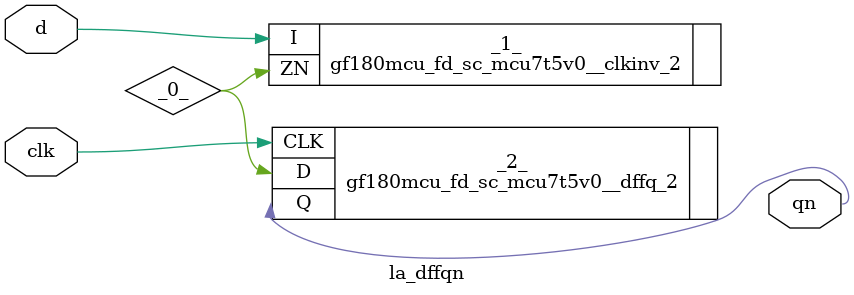
<source format=v>

/* Generated by Yosys 0.37 (git sha1 a5c7f69ed, clang 14.0.0-1ubuntu1.1 -fPIC -Os) */

module la_dffqn(d, clk, qn);
  wire _0_;
  input clk;
  wire clk;
  input d;
  wire d;
  output qn;
  wire qn;
  gf180mcu_fd_sc_mcu7t5v0__clkinv_2 _1_ (
    .I(d),
    .ZN(_0_)
  );
  gf180mcu_fd_sc_mcu7t5v0__dffq_2 _2_ (
    .CLK(clk),
    .D(_0_),
    .Q(qn)
  );
endmodule

</source>
